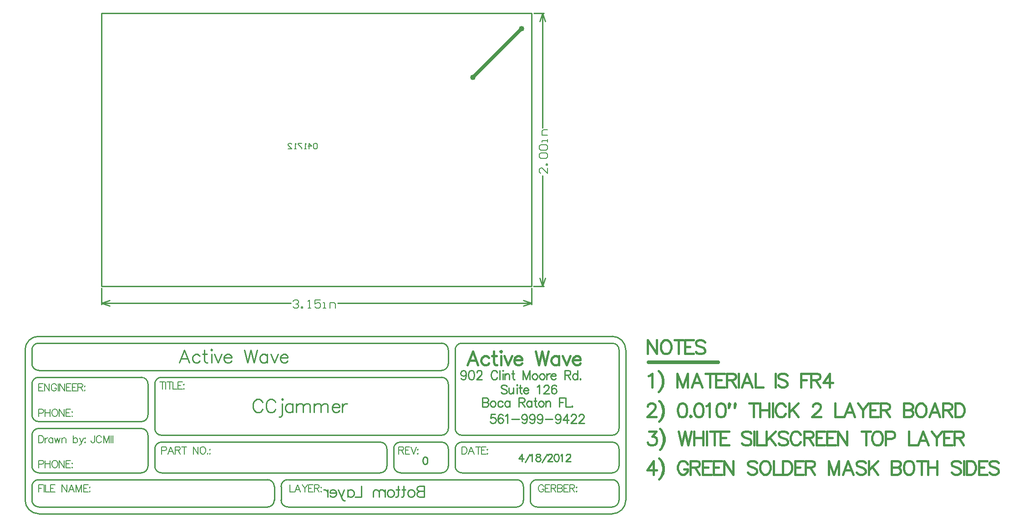
<source format=gbl>
%FSLAX25Y25*%
%MOIN*%
G70*
G01*
G75*
G04 Layer_Physical_Order=2*
G04 Layer_Color=16711680*
%ADD10C,0.02500*%
%ADD11R,0.03000X0.03000*%
%ADD12R,0.03600X0.03600*%
%ADD13R,0.03600X0.05000*%
%ADD14R,0.03000X0.03000*%
%ADD15R,0.05000X0.02000*%
%ADD16C,0.01200*%
%ADD17C,0.01000*%
%ADD18C,0.03000*%
%ADD19C,0.00600*%
%ADD20C,0.00900*%
%ADD21C,0.00500*%
%ADD22C,0.01500*%
%ADD23C,0.00800*%
%ADD24C,0.04000*%
D10*
X272000Y153000D02*
X307500Y188500D01*
X400800Y-55700D02*
X451800D01*
D17*
X236400Y-146502D02*
Y-154500D01*
Y-146502D02*
X232972D01*
X231830Y-146883D01*
X231449Y-147264D01*
X231068Y-148025D01*
Y-148787D01*
X231449Y-149549D01*
X231830Y-149929D01*
X232972Y-150310D01*
X236400D02*
X232972D01*
X231830Y-150691D01*
X231449Y-151072D01*
X231068Y-151834D01*
Y-152977D01*
X231449Y-153738D01*
X231830Y-154119D01*
X232972Y-154500D01*
X236400D01*
X227373Y-149168D02*
X228135Y-149549D01*
X228897Y-150310D01*
X229278Y-151453D01*
Y-152215D01*
X228897Y-153357D01*
X228135Y-154119D01*
X227373Y-154500D01*
X226231D01*
X225469Y-154119D01*
X224707Y-153357D01*
X224326Y-152215D01*
Y-151453D01*
X224707Y-150310D01*
X225469Y-149549D01*
X226231Y-149168D01*
X227373D01*
X221432Y-146502D02*
Y-152977D01*
X221051Y-154119D01*
X220289Y-154500D01*
X219527D01*
X222574Y-149168D02*
X219908D01*
X217242Y-146502D02*
Y-152977D01*
X216861Y-154119D01*
X216100Y-154500D01*
X215338D01*
X218385Y-149168D02*
X215719D01*
X212291D02*
X213053Y-149549D01*
X213814Y-150310D01*
X214195Y-151453D01*
Y-152215D01*
X213814Y-153357D01*
X213053Y-154119D01*
X212291Y-154500D01*
X211148D01*
X210386Y-154119D01*
X209625Y-153357D01*
X209244Y-152215D01*
Y-151453D01*
X209625Y-150310D01*
X210386Y-149549D01*
X211148Y-149168D01*
X212291D01*
X207492D02*
Y-154500D01*
Y-150691D02*
X206349Y-149549D01*
X205588Y-149168D01*
X204445D01*
X203683Y-149549D01*
X203302Y-150691D01*
Y-154500D01*
Y-150691D02*
X202160Y-149549D01*
X201398Y-149168D01*
X200255D01*
X199494Y-149549D01*
X199113Y-150691D01*
Y-154500D01*
X190315Y-146502D02*
Y-154500D01*
X185744D01*
X180298Y-149168D02*
Y-154500D01*
Y-150310D02*
X181060Y-149549D01*
X181821Y-149168D01*
X182964D01*
X183726Y-149549D01*
X184487Y-150310D01*
X184868Y-151453D01*
Y-152215D01*
X184487Y-153357D01*
X183726Y-154119D01*
X182964Y-154500D01*
X181821D01*
X181060Y-154119D01*
X180298Y-153357D01*
X177784Y-149168D02*
X175499Y-154500D01*
X173214Y-149168D02*
X175499Y-154500D01*
X176260Y-156024D01*
X177022Y-156785D01*
X177784Y-157166D01*
X178165D01*
X171880Y-151453D02*
X167310D01*
Y-150691D01*
X167691Y-149929D01*
X168072Y-149549D01*
X168833Y-149168D01*
X169976D01*
X170738Y-149549D01*
X171500Y-150310D01*
X171880Y-151453D01*
Y-152215D01*
X171500Y-153357D01*
X170738Y-154119D01*
X169976Y-154500D01*
X168833D01*
X168072Y-154119D01*
X167310Y-153357D01*
X165596Y-149168D02*
Y-154500D01*
Y-151453D02*
X165215Y-150310D01*
X164453Y-149549D01*
X163692Y-149168D01*
X162549D01*
X315000Y-13500D02*
Y-1500D01*
X0Y-13500D02*
Y-1500D01*
X172995Y-12500D02*
X315000D01*
X0D02*
X138805D01*
X309000Y-10500D02*
X315000Y-12500D01*
X309000Y-14500D02*
X315000Y-12500D01*
X0D02*
X6000Y-14500D01*
X0Y-12500D02*
X6000Y-10500D01*
X316500Y200000D02*
X324000D01*
X316461Y0D02*
X324000D01*
X323000Y115995D02*
Y200000D01*
Y0D02*
Y80805D01*
X321000Y194000D02*
X323000Y200000D01*
X325000Y194000D01*
X323000Y0D02*
X325000Y6000D01*
X321000D02*
X323000Y0D01*
X0Y200000D02*
X315000D01*
Y0D02*
Y200000D01*
X0Y0D02*
Y200000D01*
Y0D02*
X314961D01*
X379001Y-119194D02*
G03*
X374101Y-114294I-4900J0D01*
G01*
X264001D02*
G03*
X259001Y-119294I0J-5000D01*
G01*
X374002Y-109294D02*
G03*
X379001Y-104294I0J5000D01*
G01*
X259001D02*
G03*
X264001Y-109294I5000J0D01*
G01*
X-45998Y-36794D02*
G03*
X-55998Y-46794I0J-10000D01*
G01*
Y-156694D02*
G03*
X-46075Y-166793I10100J0D01*
G01*
X374002Y-166794D02*
G03*
X384001Y-156794I0J10000D01*
G01*
Y-46794D02*
G03*
X374002Y-36794I-10000J0D01*
G01*
X379001Y-46694D02*
G03*
X373931Y-41797I-4900J0D01*
G01*
X374002Y-136794D02*
G03*
X379001Y-131794I0J5000D01*
G01*
X379002Y-146707D02*
G03*
X374002Y-141793I-5000J-87D01*
G01*
Y-161794D02*
G03*
X379001Y-156794I0J5000D01*
G01*
X249002Y-136794D02*
G03*
X254001Y-131794I0J5000D01*
G01*
X259001Y-131894D02*
G03*
X263987Y-136793I4900J0D01*
G01*
X254001Y-119194D02*
G03*
X249101Y-114294I-4900J0D01*
G01*
X-50999Y-156794D02*
G03*
X-46086Y-161793I5000J0D01*
G01*
X249089Y-109294D02*
G03*
X254002Y-104294I-87J5000D01*
G01*
X-45998Y-141794D02*
G03*
X-50999Y-146794I0J-5000D01*
G01*
X254001Y-71794D02*
G03*
X249002Y-66794I-5000J0D01*
G01*
Y-61794D02*
G03*
X254001Y-56794I0J5000D01*
G01*
X264001Y-41794D02*
G03*
X259001Y-46794I0J-5000D01*
G01*
X254001D02*
G03*
X249002Y-41794I-5000J0D01*
G01*
X-45998D02*
G03*
X-50999Y-46794I0J-5000D01*
G01*
Y-56794D02*
G03*
X-45998Y-61794I5000J0D01*
G01*
Y-66794D02*
G03*
X-50999Y-71794I0J-5000D01*
G01*
Y-94294D02*
G03*
X-45998Y-99294I5000J0D01*
G01*
Y-104294D02*
G03*
X-50999Y-109294I0J-5000D01*
G01*
Y-131794D02*
G03*
X-46086Y-136793I5000J0D01*
G01*
X44001Y-66794D02*
G03*
X39001Y-71794I0J-5000D01*
G01*
X44001Y-114294D02*
G03*
X39002Y-119294I0J-5000D01*
G01*
X218801Y-114294D02*
G03*
X214008Y-119345I0J-4800D01*
G01*
X214001Y-131694D02*
G03*
X219012Y-136793I5100J0D01*
G01*
X204101Y-136794D02*
G03*
X209001Y-131809I0J4900D01*
G01*
X209001Y-119194D02*
G03*
X204101Y-114294I-4900J0D01*
G01*
X29101Y-136794D02*
G03*
X34001Y-131894I0J4900D01*
G01*
X39002D02*
G03*
X43902Y-136794I4900J0D01*
G01*
X39002Y-104394D02*
G03*
X43902Y-109294I4900J0D01*
G01*
X34001Y-109194D02*
G03*
X28931Y-104297I-4900J0D01*
G01*
X29201Y-99294D02*
G03*
X34001Y-94494I0J4800D01*
G01*
Y-71694D02*
G03*
X29101Y-66794I-4900J0D01*
G01*
X319002Y-141794D02*
G03*
X314001Y-146794I0J-5000D01*
G01*
Y-156894D02*
G03*
X318987Y-161793I4900J0D01*
G01*
X304118Y-161794D02*
G03*
X308999Y-156826I84J4800D01*
G01*
X309001Y-146794D02*
G03*
X304001Y-141794I-5000J0D01*
G01*
X131501Y-156794D02*
G03*
X136414Y-161793I5000J0D01*
G01*
X136502Y-141794D02*
G03*
X131501Y-146794I0J-5000D01*
G01*
X121618Y-161794D02*
G03*
X126499Y-156826I84J4800D01*
G01*
X126502Y-146794D02*
G03*
X121502Y-141794I-5000J0D01*
G01*
X379001Y-131794D02*
Y-119194D01*
X259001Y-131794D02*
Y-119294D01*
X379001Y-104294D02*
Y-46794D01*
X259001Y-104294D02*
Y-46794D01*
X-55998Y-156794D02*
Y-46794D01*
X-50999Y-156794D02*
Y-146794D01*
X379001Y-156794D02*
Y-146794D01*
X254001Y-131794D02*
Y-119294D01*
X214001Y-131794D02*
Y-119294D01*
X39002Y-131794D02*
Y-119294D01*
X209001Y-131794D02*
Y-119294D01*
X39002Y-104294D02*
Y-71794D01*
X254001Y-104294D02*
Y-71794D01*
Y-56794D02*
Y-46794D01*
X-50999Y-56794D02*
Y-46794D01*
X34001Y-94294D02*
Y-71794D01*
X-50999Y-94294D02*
Y-71794D01*
X34001Y-131794D02*
Y-109294D01*
X-50999Y-131794D02*
Y-109294D01*
X384001Y-156794D02*
Y-46794D01*
X314001Y-156794D02*
Y-146794D01*
X309001Y-156794D02*
Y-146794D01*
X131501Y-156794D02*
Y-146794D01*
X126502Y-156794D02*
Y-146794D01*
X264001Y-114294D02*
X374002D01*
X264001Y-109294D02*
X374002D01*
X44001D02*
X249002D01*
X264001Y-41794D02*
X374002D01*
X264001Y-136794D02*
X374002D01*
X219002Y-114294D02*
X249002D01*
X219002Y-136794D02*
X249002D01*
X44001D02*
X204001D01*
X44001Y-114294D02*
X204001D01*
X44001Y-66794D02*
X249002D01*
X-45998Y-61794D02*
X249002D01*
X-45998Y-66794D02*
X29002D01*
X-45998Y-99294D02*
X29002D01*
X-45998Y-104294D02*
X29002D01*
X-45998Y-136794D02*
X29002D01*
X-45998Y-36794D02*
X374002D01*
X-45998Y-166794D02*
X374002D01*
X-45998Y-41794D02*
X249002D01*
X319002Y-141794D02*
X374002D01*
X319002Y-161794D02*
X374002D01*
X136502Y-141794D02*
X304001D01*
X-45998D02*
X121502D01*
X-45998Y-161794D02*
X121502D01*
X136502D02*
X304001D01*
X279110Y-81978D02*
Y-88376D01*
Y-81978D02*
X281852D01*
X282766Y-82282D01*
X283070Y-82587D01*
X283375Y-83197D01*
Y-83806D01*
X283070Y-84415D01*
X282766Y-84720D01*
X281852Y-85025D01*
X279110D02*
X281852D01*
X282766Y-85329D01*
X283070Y-85634D01*
X283375Y-86243D01*
Y-87158D01*
X283070Y-87767D01*
X282766Y-88072D01*
X281852Y-88376D01*
X279110D01*
X286331Y-84111D02*
X285721Y-84415D01*
X285112Y-85025D01*
X284807Y-85939D01*
Y-86548D01*
X285112Y-87462D01*
X285721Y-88072D01*
X286331Y-88376D01*
X287245D01*
X287854Y-88072D01*
X288464Y-87462D01*
X288768Y-86548D01*
Y-85939D01*
X288464Y-85025D01*
X287854Y-84415D01*
X287245Y-84111D01*
X286331D01*
X293826Y-85025D02*
X293217Y-84415D01*
X292607Y-84111D01*
X291693D01*
X291084Y-84415D01*
X290475Y-85025D01*
X290170Y-85939D01*
Y-86548D01*
X290475Y-87462D01*
X291084Y-88072D01*
X291693Y-88376D01*
X292607D01*
X293217Y-88072D01*
X293826Y-87462D01*
X298854Y-84111D02*
Y-88376D01*
Y-85025D02*
X298244Y-84415D01*
X297635Y-84111D01*
X296721D01*
X296111Y-84415D01*
X295502Y-85025D01*
X295197Y-85939D01*
Y-86548D01*
X295502Y-87462D01*
X296111Y-88072D01*
X296721Y-88376D01*
X297635D01*
X298244Y-88072D01*
X298854Y-87462D01*
X305588Y-81978D02*
Y-88376D01*
Y-81978D02*
X308330D01*
X309244Y-82282D01*
X309549Y-82587D01*
X309853Y-83197D01*
Y-83806D01*
X309549Y-84415D01*
X309244Y-84720D01*
X308330Y-85025D01*
X305588D01*
X307720D02*
X309853Y-88376D01*
X314942Y-84111D02*
Y-88376D01*
Y-85025D02*
X314332Y-84415D01*
X313723Y-84111D01*
X312809D01*
X312199Y-84415D01*
X311590Y-85025D01*
X311285Y-85939D01*
Y-86548D01*
X311590Y-87462D01*
X312199Y-88072D01*
X312809Y-88376D01*
X313723D01*
X314332Y-88072D01*
X314942Y-87462D01*
X317562Y-81978D02*
Y-87158D01*
X317867Y-88072D01*
X318476Y-88376D01*
X319086D01*
X316648Y-84111D02*
X318781D01*
X321523D02*
X320914Y-84415D01*
X320304Y-85025D01*
X320000Y-85939D01*
Y-86548D01*
X320304Y-87462D01*
X320914Y-88072D01*
X321523Y-88376D01*
X322437D01*
X323047Y-88072D01*
X323656Y-87462D01*
X323961Y-86548D01*
Y-85939D01*
X323656Y-85025D01*
X323047Y-84415D01*
X322437Y-84111D01*
X321523D01*
X325362D02*
Y-88376D01*
Y-85329D02*
X326276Y-84415D01*
X326886Y-84111D01*
X327800D01*
X328409Y-84415D01*
X328714Y-85329D01*
Y-88376D01*
X335417Y-81978D02*
Y-88376D01*
Y-81978D02*
X339378D01*
X335417Y-85025D02*
X337855D01*
X340110Y-81978D02*
Y-88376D01*
X343766D01*
X344772Y-87767D02*
X344467Y-88072D01*
X344772Y-88376D01*
X345076Y-88072D01*
X344772Y-87767D01*
X267071Y-64111D02*
X266766Y-65025D01*
X266156Y-65634D01*
X265242Y-65939D01*
X264938D01*
X264024Y-65634D01*
X263414Y-65025D01*
X263109Y-64111D01*
Y-63806D01*
X263414Y-62892D01*
X264024Y-62282D01*
X264938Y-61978D01*
X265242D01*
X266156Y-62282D01*
X266766Y-62892D01*
X267071Y-64111D01*
Y-65634D01*
X266766Y-67158D01*
X266156Y-68072D01*
X265242Y-68376D01*
X264633D01*
X263719Y-68072D01*
X263414Y-67462D01*
X270636Y-61978D02*
X269721Y-62282D01*
X269112Y-63196D01*
X268807Y-64720D01*
Y-65634D01*
X269112Y-67158D01*
X269721Y-68072D01*
X270636Y-68376D01*
X271245D01*
X272159Y-68072D01*
X272768Y-67158D01*
X273073Y-65634D01*
Y-64720D01*
X272768Y-63196D01*
X272159Y-62282D01*
X271245Y-61978D01*
X270636D01*
X274810Y-63501D02*
Y-63196D01*
X275114Y-62587D01*
X275419Y-62282D01*
X276029Y-61978D01*
X277247D01*
X277857Y-62282D01*
X278162Y-62587D01*
X278466Y-63196D01*
Y-63806D01*
X278162Y-64415D01*
X277552Y-65329D01*
X274505Y-68376D01*
X278771D01*
X289801Y-63501D02*
X289496Y-62892D01*
X288887Y-62282D01*
X288277Y-61978D01*
X287059D01*
X286449Y-62282D01*
X285840Y-62892D01*
X285535Y-63501D01*
X285230Y-64415D01*
Y-65939D01*
X285535Y-66853D01*
X285840Y-67462D01*
X286449Y-68072D01*
X287059Y-68376D01*
X288277D01*
X288887Y-68072D01*
X289496Y-67462D01*
X289801Y-66853D01*
X291599Y-61978D02*
Y-68376D01*
X293549Y-61978D02*
X293853Y-62282D01*
X294158Y-61978D01*
X293853Y-61673D01*
X293549Y-61978D01*
X293853Y-64111D02*
Y-68376D01*
X295285Y-64111D02*
Y-68376D01*
Y-65329D02*
X296199Y-64415D01*
X296809Y-64111D01*
X297723D01*
X298332Y-64415D01*
X298637Y-65329D01*
Y-68376D01*
X301227Y-61978D02*
Y-67158D01*
X301532Y-68072D01*
X302141Y-68376D01*
X302750D01*
X300313Y-64111D02*
X302446D01*
X308692Y-61978D02*
Y-68376D01*
Y-61978D02*
X311130Y-68376D01*
X313567Y-61978D02*
X311130Y-68376D01*
X313567Y-61978D02*
Y-68376D01*
X316919Y-64111D02*
X316309Y-64415D01*
X315700Y-65025D01*
X315395Y-65939D01*
Y-66548D01*
X315700Y-67462D01*
X316309Y-68072D01*
X316919Y-68376D01*
X317833D01*
X318442Y-68072D01*
X319052Y-67462D01*
X319356Y-66548D01*
Y-65939D01*
X319052Y-65025D01*
X318442Y-64415D01*
X317833Y-64111D01*
X316919D01*
X322282D02*
X321672Y-64415D01*
X321063Y-65025D01*
X320758Y-65939D01*
Y-66548D01*
X321063Y-67462D01*
X321672Y-68072D01*
X322282Y-68376D01*
X323196D01*
X323805Y-68072D01*
X324414Y-67462D01*
X324719Y-66548D01*
Y-65939D01*
X324414Y-65025D01*
X323805Y-64415D01*
X323196Y-64111D01*
X322282D01*
X326121D02*
Y-68376D01*
Y-65939D02*
X326425Y-65025D01*
X327035Y-64415D01*
X327644Y-64111D01*
X328558D01*
X329137Y-65939D02*
X332794D01*
Y-65329D01*
X332489Y-64720D01*
X332184Y-64415D01*
X331575Y-64111D01*
X330661D01*
X330051Y-64415D01*
X329442Y-65025D01*
X329137Y-65939D01*
Y-66548D01*
X329442Y-67462D01*
X330051Y-68072D01*
X330661Y-68376D01*
X331575D01*
X332184Y-68072D01*
X332794Y-67462D01*
X339192Y-61978D02*
Y-68376D01*
Y-61978D02*
X341934D01*
X342849Y-62282D01*
X343153Y-62587D01*
X343458Y-63196D01*
Y-63806D01*
X343153Y-64415D01*
X342849Y-64720D01*
X341934Y-65025D01*
X339192D01*
X341325D02*
X343458Y-68376D01*
X348546Y-61978D02*
Y-68376D01*
Y-65025D02*
X347937Y-64415D01*
X347328Y-64111D01*
X346413D01*
X345804Y-64415D01*
X345195Y-65025D01*
X344890Y-65939D01*
Y-66548D01*
X345195Y-67462D01*
X345804Y-68072D01*
X346413Y-68376D01*
X347328D01*
X347937Y-68072D01*
X348546Y-67462D01*
X350557Y-67767D02*
X350253Y-68072D01*
X350557Y-68376D01*
X350862Y-68072D01*
X350557Y-67767D01*
X288266Y-93978D02*
X285219D01*
X284914Y-96720D01*
X285219Y-96415D01*
X286133Y-96111D01*
X287047D01*
X287961Y-96415D01*
X288570Y-97025D01*
X288875Y-97939D01*
Y-98548D01*
X288570Y-99462D01*
X287961Y-100072D01*
X287047Y-100376D01*
X286133D01*
X285219Y-100072D01*
X284914Y-99767D01*
X284610Y-99158D01*
X293964Y-94892D02*
X293659Y-94282D01*
X292745Y-93978D01*
X292136D01*
X291221Y-94282D01*
X290612Y-95196D01*
X290307Y-96720D01*
Y-98243D01*
X290612Y-99462D01*
X291221Y-100072D01*
X292136Y-100376D01*
X292440D01*
X293354Y-100072D01*
X293964Y-99462D01*
X294268Y-98548D01*
Y-98243D01*
X293964Y-97329D01*
X293354Y-96720D01*
X292440Y-96415D01*
X292136D01*
X291221Y-96720D01*
X290612Y-97329D01*
X290307Y-98243D01*
X295670Y-95196D02*
X296279Y-94892D01*
X297193Y-93978D01*
Y-100376D01*
X300362Y-97634D02*
X305847D01*
X311697Y-96111D02*
X311392Y-97025D01*
X310783Y-97634D01*
X309869Y-97939D01*
X309564D01*
X308650Y-97634D01*
X308041Y-97025D01*
X307736Y-96111D01*
Y-95806D01*
X308041Y-94892D01*
X308650Y-94282D01*
X309564Y-93978D01*
X309869D01*
X310783Y-94282D01*
X311392Y-94892D01*
X311697Y-96111D01*
Y-97634D01*
X311392Y-99158D01*
X310783Y-100072D01*
X309869Y-100376D01*
X309259D01*
X308345Y-100072D01*
X308041Y-99462D01*
X317395Y-96111D02*
X317090Y-97025D01*
X316481Y-97634D01*
X315567Y-97939D01*
X315262D01*
X314348Y-97634D01*
X313738Y-97025D01*
X313434Y-96111D01*
Y-95806D01*
X313738Y-94892D01*
X314348Y-94282D01*
X315262Y-93978D01*
X315567D01*
X316481Y-94282D01*
X317090Y-94892D01*
X317395Y-96111D01*
Y-97634D01*
X317090Y-99158D01*
X316481Y-100072D01*
X315567Y-100376D01*
X314957D01*
X314043Y-100072D01*
X313738Y-99462D01*
X323093Y-96111D02*
X322788Y-97025D01*
X322179Y-97634D01*
X321265Y-97939D01*
X320960D01*
X320046Y-97634D01*
X319436Y-97025D01*
X319132Y-96111D01*
Y-95806D01*
X319436Y-94892D01*
X320046Y-94282D01*
X320960Y-93978D01*
X321265D01*
X322179Y-94282D01*
X322788Y-94892D01*
X323093Y-96111D01*
Y-97634D01*
X322788Y-99158D01*
X322179Y-100072D01*
X321265Y-100376D01*
X320655D01*
X319741Y-100072D01*
X319436Y-99462D01*
X324829Y-97634D02*
X330314D01*
X336164Y-96111D02*
X335859Y-97025D01*
X335250Y-97634D01*
X334336Y-97939D01*
X334031D01*
X333117Y-97634D01*
X332508Y-97025D01*
X332203Y-96111D01*
Y-95806D01*
X332508Y-94892D01*
X333117Y-94282D01*
X334031Y-93978D01*
X334336D01*
X335250Y-94282D01*
X335859Y-94892D01*
X336164Y-96111D01*
Y-97634D01*
X335859Y-99158D01*
X335250Y-100072D01*
X334336Y-100376D01*
X333727D01*
X332812Y-100072D01*
X332508Y-99462D01*
X340948Y-93978D02*
X337901Y-98243D01*
X342471D01*
X340948Y-93978D02*
Y-100376D01*
X343903Y-95501D02*
Y-95196D01*
X344208Y-94587D01*
X344513Y-94282D01*
X345122Y-93978D01*
X346341D01*
X346950Y-94282D01*
X347255Y-94587D01*
X347560Y-95196D01*
Y-95806D01*
X347255Y-96415D01*
X346646Y-97329D01*
X343599Y-100376D01*
X347865D01*
X349601Y-95501D02*
Y-95196D01*
X349906Y-94587D01*
X350211Y-94282D01*
X350820Y-93978D01*
X352039D01*
X352648Y-94282D01*
X352953Y-94587D01*
X353258Y-95196D01*
Y-95806D01*
X352953Y-96415D01*
X352344Y-97329D01*
X349297Y-100376D01*
X353562D01*
X296875Y-73392D02*
X296266Y-72782D01*
X295352Y-72478D01*
X294133D01*
X293219Y-72782D01*
X292610Y-73392D01*
Y-74001D01*
X292914Y-74611D01*
X293219Y-74915D01*
X293828Y-75220D01*
X295656Y-75829D01*
X296266Y-76134D01*
X296570Y-76439D01*
X296875Y-77048D01*
Y-77962D01*
X296266Y-78572D01*
X295352Y-78876D01*
X294133D01*
X293219Y-78572D01*
X292610Y-77962D01*
X298307Y-74611D02*
Y-77658D01*
X298612Y-78572D01*
X299221Y-78876D01*
X300135D01*
X300745Y-78572D01*
X301659Y-77658D01*
Y-74611D02*
Y-78876D01*
X303944Y-72478D02*
X304249Y-72782D01*
X304554Y-72478D01*
X304249Y-72173D01*
X303944Y-72478D01*
X304249Y-74611D02*
Y-78876D01*
X306595Y-72478D02*
Y-77658D01*
X306900Y-78572D01*
X307509Y-78876D01*
X308119D01*
X305681Y-74611D02*
X307814D01*
X309033Y-76439D02*
X312689D01*
Y-75829D01*
X312384Y-75220D01*
X312080Y-74915D01*
X311470Y-74611D01*
X310556D01*
X309947Y-74915D01*
X309337Y-75525D01*
X309033Y-76439D01*
Y-77048D01*
X309337Y-77962D01*
X309947Y-78572D01*
X310556Y-78876D01*
X311470D01*
X312080Y-78572D01*
X312689Y-77962D01*
X319088Y-73697D02*
X319697Y-73392D01*
X320611Y-72478D01*
Y-78876D01*
X324085Y-74001D02*
Y-73697D01*
X324389Y-73087D01*
X324694Y-72782D01*
X325303Y-72478D01*
X326522D01*
X327132Y-72782D01*
X327436Y-73087D01*
X327741Y-73697D01*
Y-74306D01*
X327436Y-74915D01*
X326827Y-75829D01*
X323780Y-78876D01*
X328046D01*
X333134Y-73392D02*
X332829Y-72782D01*
X331915Y-72478D01*
X331306D01*
X330392Y-72782D01*
X329783Y-73697D01*
X329478Y-75220D01*
Y-76744D01*
X329783Y-77962D01*
X330392Y-78572D01*
X331306Y-78876D01*
X331611D01*
X332525Y-78572D01*
X333134Y-77962D01*
X333439Y-77048D01*
Y-76744D01*
X333134Y-75829D01*
X332525Y-75220D01*
X331611Y-74915D01*
X331306D01*
X330392Y-75220D01*
X329783Y-75829D01*
X329478Y-76744D01*
D19*
X140405Y-11101D02*
X141405Y-10101D01*
X143404D01*
X144404Y-11101D01*
Y-12100D01*
X143404Y-13100D01*
X142404D01*
X143404D01*
X144404Y-14100D01*
Y-15099D01*
X143404Y-16099D01*
X141405D01*
X140405Y-15099D01*
X146403Y-16099D02*
Y-15099D01*
X147403D01*
Y-16099D01*
X146403D01*
X151401D02*
X153401D01*
X152401D01*
Y-10101D01*
X151401Y-11101D01*
X160398Y-10101D02*
X156400D01*
Y-13100D01*
X158399Y-12100D01*
X159399D01*
X160398Y-13100D01*
Y-15099D01*
X159399Y-16099D01*
X157399D01*
X156400Y-15099D01*
X162398Y-16099D02*
X164397D01*
X163398D01*
Y-12100D01*
X162398D01*
X167396Y-16099D02*
Y-12100D01*
X170395D01*
X171395Y-13100D01*
Y-16099D01*
X326599Y86404D02*
Y82405D01*
X322600Y86404D01*
X321601D01*
X320601Y85404D01*
Y83405D01*
X321601Y82405D01*
X326599Y88403D02*
X325599D01*
Y89403D01*
X326599D01*
Y88403D01*
X321601Y93402D02*
X320601Y94401D01*
Y96401D01*
X321601Y97400D01*
X325599D01*
X326599Y96401D01*
Y94401D01*
X325599Y93402D01*
X321601D01*
Y99400D02*
X320601Y100399D01*
Y102399D01*
X321601Y103398D01*
X325599D01*
X326599Y102399D01*
Y100399D01*
X325599Y99400D01*
X321601D01*
X326599Y105398D02*
Y107397D01*
Y106397D01*
X322600D01*
Y105398D01*
X326599Y110396D02*
X322600D01*
Y113395D01*
X323600Y114395D01*
X326599D01*
D20*
X236775Y-125212D02*
X236013Y-125466D01*
X235505Y-126227D01*
X235251Y-127497D01*
Y-128259D01*
X235505Y-129528D01*
X236013Y-130290D01*
X236775Y-130544D01*
X237283D01*
X238044Y-130290D01*
X238552Y-129528D01*
X238806Y-128259D01*
Y-127497D01*
X238552Y-126227D01*
X238044Y-125466D01*
X237283Y-125212D01*
X236775D01*
X117856Y-85187D02*
X117399Y-84273D01*
X116484Y-83359D01*
X115570Y-82902D01*
X113742D01*
X112828Y-83359D01*
X111914Y-84273D01*
X111457Y-85187D01*
X111000Y-86558D01*
Y-88844D01*
X111457Y-90215D01*
X111914Y-91129D01*
X112828Y-92043D01*
X113742Y-92500D01*
X115570D01*
X116484Y-92043D01*
X117399Y-91129D01*
X117856Y-90215D01*
X127408Y-85187D02*
X126951Y-84273D01*
X126037Y-83359D01*
X125123Y-82902D01*
X123294D01*
X122380Y-83359D01*
X121466Y-84273D01*
X121009Y-85187D01*
X120552Y-86558D01*
Y-88844D01*
X121009Y-90215D01*
X121466Y-91129D01*
X122380Y-92043D01*
X123294Y-92500D01*
X125123D01*
X126037Y-92043D01*
X126951Y-91129D01*
X127408Y-90215D01*
X131933Y-82902D02*
X132390Y-83359D01*
X132847Y-82902D01*
X132390Y-82445D01*
X131933Y-82902D01*
X132390Y-86101D02*
Y-93871D01*
X131933Y-95242D01*
X131019Y-95699D01*
X130104D01*
X140114Y-86101D02*
Y-92500D01*
Y-87472D02*
X139200Y-86558D01*
X138286Y-86101D01*
X136914D01*
X136000Y-86558D01*
X135086Y-87472D01*
X134629Y-88844D01*
Y-89758D01*
X135086Y-91129D01*
X136000Y-92043D01*
X136914Y-92500D01*
X138286D01*
X139200Y-92043D01*
X140114Y-91129D01*
X142673Y-86101D02*
Y-92500D01*
Y-87929D02*
X144044Y-86558D01*
X144958Y-86101D01*
X146330D01*
X147244Y-86558D01*
X147701Y-87929D01*
Y-92500D01*
Y-87929D02*
X149072Y-86558D01*
X149986Y-86101D01*
X151357D01*
X152271Y-86558D01*
X152728Y-87929D01*
Y-92500D01*
X155745Y-86101D02*
Y-92500D01*
Y-87929D02*
X157116Y-86558D01*
X158030Y-86101D01*
X159401D01*
X160315Y-86558D01*
X160772Y-87929D01*
Y-92500D01*
Y-87929D02*
X162143Y-86558D01*
X163057Y-86101D01*
X164428D01*
X165343Y-86558D01*
X165800Y-87929D01*
Y-92500D01*
X168816Y-88844D02*
X174301D01*
Y-87929D01*
X173844Y-87015D01*
X173387Y-86558D01*
X172473Y-86101D01*
X171101D01*
X170187Y-86558D01*
X169273Y-87472D01*
X168816Y-88844D01*
Y-89758D01*
X169273Y-91129D01*
X170187Y-92043D01*
X171101Y-92500D01*
X172473D01*
X173387Y-92043D01*
X174301Y-91129D01*
X176357Y-86101D02*
Y-92500D01*
Y-88844D02*
X176814Y-87472D01*
X177728Y-86558D01*
X178643Y-86101D01*
X180014D01*
X64314Y-56294D02*
X60658Y-46696D01*
X57001Y-56294D01*
X58372Y-53095D02*
X62943D01*
X72038Y-51267D02*
X71124Y-50353D01*
X70210Y-49895D01*
X68839D01*
X67925Y-50353D01*
X67011Y-51267D01*
X66554Y-52638D01*
Y-53552D01*
X67011Y-54923D01*
X67925Y-55837D01*
X68839Y-56294D01*
X70210D01*
X71124Y-55837D01*
X72038Y-54923D01*
X75466Y-46696D02*
Y-54466D01*
X75923Y-55837D01*
X76837Y-56294D01*
X77751D01*
X74095Y-49895D02*
X77294D01*
X80036Y-46696D02*
X80493Y-47153D01*
X80950Y-46696D01*
X80493Y-46239D01*
X80036Y-46696D01*
X80493Y-49895D02*
Y-56294D01*
X82642Y-49895D02*
X85384Y-56294D01*
X88126Y-49895D02*
X85384Y-56294D01*
X89680Y-52638D02*
X95165D01*
Y-51724D01*
X94708Y-50810D01*
X94251Y-50353D01*
X93336Y-49895D01*
X91965D01*
X91051Y-50353D01*
X90137Y-51267D01*
X89680Y-52638D01*
Y-53552D01*
X90137Y-54923D01*
X91051Y-55837D01*
X91965Y-56294D01*
X93336D01*
X94251Y-55837D01*
X95165Y-54923D01*
X104763Y-46696D02*
X107048Y-56294D01*
X109333Y-46696D02*
X107048Y-56294D01*
X109333Y-46696D02*
X111618Y-56294D01*
X113903Y-46696D02*
X111618Y-56294D01*
X121308Y-49895D02*
Y-56294D01*
Y-51267D02*
X120394Y-50353D01*
X119479Y-49895D01*
X118108D01*
X117194Y-50353D01*
X116280Y-51267D01*
X115823Y-52638D01*
Y-53552D01*
X116280Y-54923D01*
X117194Y-55837D01*
X118108Y-56294D01*
X119479D01*
X120394Y-55837D01*
X121308Y-54923D01*
X123867Y-49895D02*
X126609Y-56294D01*
X129352Y-49895D02*
X126609Y-56294D01*
X130905Y-52638D02*
X136390D01*
Y-51724D01*
X135933Y-50810D01*
X135476Y-50353D01*
X134562Y-49895D01*
X133191D01*
X132277Y-50353D01*
X131363Y-51267D01*
X130905Y-52638D01*
Y-53552D01*
X131363Y-54923D01*
X132277Y-55837D01*
X133191Y-56294D01*
X134562D01*
X135476Y-55837D01*
X136390Y-54923D01*
X308018Y-123008D02*
X305479Y-126563D01*
X309287D01*
X308018Y-123008D02*
Y-128340D01*
X310227Y-129102D02*
X313782Y-123008D01*
X314137Y-124023D02*
X314645Y-123769D01*
X315407Y-123008D01*
Y-128340D01*
X319317Y-123008D02*
X318555Y-123262D01*
X318301Y-123769D01*
Y-124277D01*
X318555Y-124785D01*
X319063Y-125039D01*
X320079Y-125293D01*
X320841Y-125547D01*
X321348Y-126055D01*
X321602Y-126563D01*
Y-127324D01*
X321348Y-127832D01*
X321094Y-128086D01*
X320333Y-128340D01*
X319317D01*
X318555Y-128086D01*
X318301Y-127832D01*
X318047Y-127324D01*
Y-126563D01*
X318301Y-126055D01*
X318809Y-125547D01*
X319571Y-125293D01*
X320587Y-125039D01*
X321094Y-124785D01*
X321348Y-124277D01*
Y-123769D01*
X321094Y-123262D01*
X320333Y-123008D01*
X319317D01*
X322796Y-129102D02*
X326350Y-123008D01*
X326960Y-124277D02*
Y-124023D01*
X327214Y-123516D01*
X327468Y-123262D01*
X327976Y-123008D01*
X328991D01*
X329499Y-123262D01*
X329753Y-123516D01*
X330007Y-124023D01*
Y-124531D01*
X329753Y-125039D01*
X329245Y-125801D01*
X326706Y-128340D01*
X330261D01*
X332978Y-123008D02*
X332216Y-123262D01*
X331708Y-124023D01*
X331454Y-125293D01*
Y-126055D01*
X331708Y-127324D01*
X332216Y-128086D01*
X332978Y-128340D01*
X333486D01*
X334247Y-128086D01*
X334755Y-127324D01*
X335009Y-126055D01*
Y-125293D01*
X334755Y-124023D01*
X334247Y-123262D01*
X333486Y-123008D01*
X332978D01*
X336203Y-124023D02*
X336710Y-123769D01*
X337472Y-123008D01*
Y-128340D01*
X340367Y-124277D02*
Y-124023D01*
X340621Y-123516D01*
X340875Y-123262D01*
X341382Y-123008D01*
X342398D01*
X342906Y-123262D01*
X343160Y-123516D01*
X343414Y-124023D01*
Y-124531D01*
X343160Y-125039D01*
X342652Y-125801D01*
X340113Y-128340D01*
X343668D01*
D21*
X264001Y-117712D02*
Y-123044D01*
Y-117712D02*
X265779D01*
X266541Y-117966D01*
X267049Y-118474D01*
X267302Y-118981D01*
X267556Y-119743D01*
Y-121013D01*
X267302Y-121774D01*
X267049Y-122282D01*
X266541Y-122790D01*
X265779Y-123044D01*
X264001D01*
X272812D02*
X270781Y-117712D01*
X268750Y-123044D01*
X269511Y-121267D02*
X272051D01*
X275834Y-117712D02*
Y-123044D01*
X274057Y-117712D02*
X277611D01*
X281547D02*
X278246D01*
Y-123044D01*
X281547D01*
X278246Y-120251D02*
X280277D01*
X282690Y-119489D02*
X282436Y-119743D01*
X282690Y-119997D01*
X282944Y-119743D01*
X282690Y-119489D01*
Y-122536D02*
X282436Y-122790D01*
X282690Y-123044D01*
X282944Y-122790D01*
X282690Y-122536D01*
X217752Y-117712D02*
Y-123044D01*
Y-117712D02*
X220037D01*
X220798Y-117966D01*
X221052Y-118220D01*
X221306Y-118728D01*
Y-119235D01*
X221052Y-119743D01*
X220798Y-119997D01*
X220037Y-120251D01*
X217752D01*
X219529D02*
X221306Y-123044D01*
X225801Y-117712D02*
X222500D01*
Y-123044D01*
X225801D01*
X222500Y-120251D02*
X224531D01*
X226689Y-117712D02*
X228721Y-123044D01*
X230752Y-117712D02*
X228721Y-123044D01*
X231691Y-119489D02*
X231437Y-119743D01*
X231691Y-119997D01*
X231945Y-119743D01*
X231691Y-119489D01*
Y-122536D02*
X231437Y-122790D01*
X231691Y-123044D01*
X231945Y-122790D01*
X231691Y-122536D01*
X-45998Y-93005D02*
X-43713D01*
X-42952Y-92751D01*
X-42698Y-92497D01*
X-42444Y-91989D01*
Y-91228D01*
X-42698Y-90720D01*
X-42952Y-90466D01*
X-43713Y-90212D01*
X-45998D01*
Y-95544D01*
X-41250Y-90212D02*
Y-95544D01*
X-37696Y-90212D02*
Y-95544D01*
X-41250Y-92751D02*
X-37696D01*
X-34699Y-90212D02*
X-35207Y-90466D01*
X-35715Y-90974D01*
X-35969Y-91481D01*
X-36223Y-92243D01*
Y-93513D01*
X-35969Y-94274D01*
X-35715Y-94782D01*
X-35207Y-95290D01*
X-34699Y-95544D01*
X-33684D01*
X-33176Y-95290D01*
X-32668Y-94782D01*
X-32414Y-94274D01*
X-32160Y-93513D01*
Y-92243D01*
X-32414Y-91481D01*
X-32668Y-90974D01*
X-33176Y-90466D01*
X-33684Y-90212D01*
X-34699D01*
X-30916D02*
Y-95544D01*
Y-90212D02*
X-27361Y-95544D01*
Y-90212D02*
Y-95544D01*
X-22588Y-90212D02*
X-25888D01*
Y-95544D01*
X-22588D01*
X-25888Y-92751D02*
X-23857D01*
X-21445Y-91989D02*
X-21699Y-92243D01*
X-21445Y-92497D01*
X-21191Y-92243D01*
X-21445Y-91989D01*
Y-95036D02*
X-21699Y-95290D01*
X-21445Y-95544D01*
X-21191Y-95290D01*
X-21445Y-95036D01*
X-45998Y-130505D02*
X-43713D01*
X-42952Y-130251D01*
X-42698Y-129997D01*
X-42444Y-129489D01*
Y-128727D01*
X-42698Y-128220D01*
X-42952Y-127966D01*
X-43713Y-127712D01*
X-45998D01*
Y-133044D01*
X-41250Y-127712D02*
Y-133044D01*
X-37696Y-127712D02*
Y-133044D01*
X-41250Y-130251D02*
X-37696D01*
X-34699Y-127712D02*
X-35207Y-127966D01*
X-35715Y-128474D01*
X-35969Y-128981D01*
X-36223Y-129743D01*
Y-131013D01*
X-35969Y-131774D01*
X-35715Y-132282D01*
X-35207Y-132790D01*
X-34699Y-133044D01*
X-33684D01*
X-33176Y-132790D01*
X-32668Y-132282D01*
X-32414Y-131774D01*
X-32160Y-131013D01*
Y-129743D01*
X-32414Y-128981D01*
X-32668Y-128474D01*
X-33176Y-127966D01*
X-33684Y-127712D01*
X-34699D01*
X-30916D02*
Y-133044D01*
Y-127712D02*
X-27361Y-133044D01*
Y-127712D02*
Y-133044D01*
X-22588Y-127712D02*
X-25888D01*
Y-133044D01*
X-22588D01*
X-25888Y-130251D02*
X-23857D01*
X-21445Y-129489D02*
X-21699Y-129743D01*
X-21445Y-129997D01*
X-21191Y-129743D01*
X-21445Y-129489D01*
Y-132536D02*
X-21699Y-132790D01*
X-21445Y-133044D01*
X-21191Y-132790D01*
X-21445Y-132536D01*
X138002Y-145462D02*
Y-150794D01*
X141049D01*
X145695D02*
X143664Y-145462D01*
X141632Y-150794D01*
X142394Y-149017D02*
X144933D01*
X146939Y-145462D02*
X148971Y-148001D01*
Y-150794D01*
X151002Y-145462D02*
X148971Y-148001D01*
X154988Y-145462D02*
X151688D01*
Y-150794D01*
X154988D01*
X151688Y-148001D02*
X153719D01*
X155877Y-145462D02*
Y-150794D01*
Y-145462D02*
X158162D01*
X158924Y-145716D01*
X159178Y-145970D01*
X159432Y-146477D01*
Y-146985D01*
X159178Y-147493D01*
X158924Y-147747D01*
X158162Y-148001D01*
X155877D01*
X157655D02*
X159432Y-150794D01*
X160879Y-147239D02*
X160625Y-147493D01*
X160879Y-147747D01*
X161133Y-147493D01*
X160879Y-147239D01*
Y-150286D02*
X160625Y-150540D01*
X160879Y-150794D01*
X161133Y-150540D01*
X160879Y-150286D01*
X-42698Y-71462D02*
X-45998D01*
Y-76794D01*
X-42698D01*
X-45998Y-74001D02*
X-43967D01*
X-41809Y-71462D02*
Y-76794D01*
Y-71462D02*
X-38254Y-76794D01*
Y-71462D02*
Y-76794D01*
X-32973Y-72731D02*
X-33227Y-72224D01*
X-33734Y-71716D01*
X-34242Y-71462D01*
X-35258D01*
X-35766Y-71716D01*
X-36274Y-72224D01*
X-36527Y-72731D01*
X-36781Y-73493D01*
Y-74763D01*
X-36527Y-75524D01*
X-36274Y-76032D01*
X-35766Y-76540D01*
X-35258Y-76794D01*
X-34242D01*
X-33734Y-76540D01*
X-33227Y-76032D01*
X-32973Y-75524D01*
Y-74763D01*
X-34242D02*
X-32973D01*
X-31754Y-71462D02*
Y-76794D01*
X-30637Y-71462D02*
Y-76794D01*
Y-71462D02*
X-27082Y-76794D01*
Y-71462D02*
Y-76794D01*
X-22308Y-71462D02*
X-25609D01*
Y-76794D01*
X-22308D01*
X-25609Y-74001D02*
X-23578D01*
X-18119Y-71462D02*
X-21419D01*
Y-76794D01*
X-18119D01*
X-21419Y-74001D02*
X-19388D01*
X-17230Y-71462D02*
Y-76794D01*
Y-71462D02*
X-14945D01*
X-14183Y-71716D01*
X-13929Y-71970D01*
X-13675Y-72478D01*
Y-72985D01*
X-13929Y-73493D01*
X-14183Y-73747D01*
X-14945Y-74001D01*
X-17230D01*
X-15452D02*
X-13675Y-76794D01*
X-12228Y-73239D02*
X-12482Y-73493D01*
X-12228Y-73747D01*
X-11974Y-73493D01*
X-12228Y-73239D01*
Y-76286D02*
X-12482Y-76540D01*
X-12228Y-76794D01*
X-11974Y-76540D01*
X-12228Y-76286D01*
X44001Y-120505D02*
X46287D01*
X47049Y-120251D01*
X47302Y-119997D01*
X47556Y-119489D01*
Y-118728D01*
X47302Y-118220D01*
X47049Y-117966D01*
X46287Y-117712D01*
X44001D01*
Y-123044D01*
X52812D02*
X50781Y-117712D01*
X48750Y-123044D01*
X49511Y-121267D02*
X52051D01*
X54057Y-117712D02*
Y-123044D01*
Y-117712D02*
X56342D01*
X57104Y-117966D01*
X57357Y-118220D01*
X57611Y-118728D01*
Y-119235D01*
X57357Y-119743D01*
X57104Y-119997D01*
X56342Y-120251D01*
X54057D01*
X55834D02*
X57611Y-123044D01*
X60582Y-117712D02*
Y-123044D01*
X58805Y-117712D02*
X62359D01*
X67184D02*
Y-123044D01*
Y-117712D02*
X70739Y-123044D01*
Y-117712D02*
Y-123044D01*
X73735Y-117712D02*
X73227Y-117966D01*
X72719Y-118474D01*
X72465Y-118981D01*
X72211Y-119743D01*
Y-121013D01*
X72465Y-121774D01*
X72719Y-122282D01*
X73227Y-122790D01*
X73735Y-123044D01*
X74751D01*
X75258Y-122790D01*
X75766Y-122282D01*
X76020Y-121774D01*
X76274Y-121013D01*
Y-119743D01*
X76020Y-118981D01*
X75766Y-118474D01*
X75258Y-117966D01*
X74751Y-117712D01*
X73735D01*
X77772Y-122536D02*
X77518Y-122790D01*
X77772Y-123044D01*
X78026Y-122790D01*
X77772Y-122536D01*
X79448Y-119489D02*
X79194Y-119743D01*
X79448Y-119997D01*
X79702Y-119743D01*
X79448Y-119489D01*
Y-122536D02*
X79194Y-122790D01*
X79448Y-123044D01*
X79702Y-122790D01*
X79448Y-122536D01*
X44529Y-70212D02*
Y-75544D01*
X42752Y-70212D02*
X46306D01*
X46941D02*
Y-75544D01*
X49836Y-70212D02*
Y-75544D01*
X48058Y-70212D02*
X51613D01*
X52248D02*
Y-75544D01*
X55295D01*
X59180Y-70212D02*
X55879D01*
Y-75544D01*
X59180D01*
X55879Y-72751D02*
X57910D01*
X60322Y-71989D02*
X60069Y-72243D01*
X60322Y-72497D01*
X60576Y-72243D01*
X60322Y-71989D01*
Y-75036D02*
X60069Y-75290D01*
X60322Y-75544D01*
X60576Y-75290D01*
X60322Y-75036D01*
X-45998Y-109462D02*
Y-114794D01*
Y-109462D02*
X-44221D01*
X-43459Y-109716D01*
X-42952Y-110224D01*
X-42698Y-110731D01*
X-42444Y-111493D01*
Y-112763D01*
X-42698Y-113524D01*
X-42952Y-114032D01*
X-43459Y-114540D01*
X-44221Y-114794D01*
X-45998D01*
X-41250Y-111239D02*
Y-114794D01*
Y-112763D02*
X-40996Y-112001D01*
X-40489Y-111493D01*
X-39981Y-111239D01*
X-39219D01*
X-35690D02*
Y-114794D01*
Y-112001D02*
X-36197Y-111493D01*
X-36705Y-111239D01*
X-37467D01*
X-37975Y-111493D01*
X-38483Y-112001D01*
X-38737Y-112763D01*
Y-113271D01*
X-38483Y-114032D01*
X-37975Y-114540D01*
X-37467Y-114794D01*
X-36705D01*
X-36197Y-114540D01*
X-35690Y-114032D01*
X-34268Y-111239D02*
X-33252Y-114794D01*
X-32236Y-111239D02*
X-33252Y-114794D01*
X-32236Y-111239D02*
X-31221Y-114794D01*
X-30205Y-111239D02*
X-31221Y-114794D01*
X-28961Y-111239D02*
Y-114794D01*
Y-112255D02*
X-28199Y-111493D01*
X-27691Y-111239D01*
X-26930D01*
X-26422Y-111493D01*
X-26168Y-112255D01*
Y-114794D01*
X-20582Y-109462D02*
Y-114794D01*
Y-112001D02*
X-20074Y-111493D01*
X-19566Y-111239D01*
X-18804D01*
X-18296Y-111493D01*
X-17789Y-112001D01*
X-17535Y-112763D01*
Y-113271D01*
X-17789Y-114032D01*
X-18296Y-114540D01*
X-18804Y-114794D01*
X-19566D01*
X-20074Y-114540D01*
X-20582Y-114032D01*
X-16138Y-111239D02*
X-14615Y-114794D01*
X-13091Y-111239D02*
X-14615Y-114794D01*
X-15122Y-115810D01*
X-15630Y-116318D01*
X-16138Y-116571D01*
X-16392D01*
X-11948Y-111239D02*
X-12202Y-111493D01*
X-11948Y-111747D01*
X-11695Y-111493D01*
X-11948Y-111239D01*
Y-114286D02*
X-12202Y-114540D01*
X-11948Y-114794D01*
X-11695Y-114540D01*
X-11948Y-114286D01*
X-45998Y-145462D02*
Y-150794D01*
Y-145462D02*
X-42698D01*
X-45998Y-148001D02*
X-43967D01*
X-42088Y-145462D02*
Y-150794D01*
X-40971Y-145462D02*
Y-150794D01*
X-37924D01*
X-34039Y-145462D02*
X-37340D01*
Y-150794D01*
X-34039D01*
X-37340Y-148001D02*
X-35309D01*
X-28961Y-145462D02*
Y-150794D01*
Y-145462D02*
X-25406Y-150794D01*
Y-145462D02*
Y-150794D01*
X-19871D02*
X-21902Y-145462D01*
X-23933Y-150794D01*
X-23171Y-149017D02*
X-20632D01*
X-18627Y-145462D02*
Y-150794D01*
Y-145462D02*
X-16595Y-150794D01*
X-14564Y-145462D02*
X-16595Y-150794D01*
X-14564Y-145462D02*
Y-150794D01*
X-9739Y-145462D02*
X-13040D01*
Y-150794D01*
X-9739D01*
X-13040Y-148001D02*
X-11009D01*
X-8597Y-147239D02*
X-8851Y-147493D01*
X-8597Y-147747D01*
X-8343Y-147493D01*
X-8597Y-147239D01*
Y-150286D02*
X-8851Y-150540D01*
X-8597Y-150794D01*
X-8343Y-150540D01*
X-8597Y-150286D01*
X323810Y-146731D02*
X323556Y-146224D01*
X323048Y-145716D01*
X322541Y-145462D01*
X321525D01*
X321017Y-145716D01*
X320509Y-146224D01*
X320255Y-146731D01*
X320002Y-147493D01*
Y-148763D01*
X320255Y-149524D01*
X320509Y-150032D01*
X321017Y-150540D01*
X321525Y-150794D01*
X322541D01*
X323048Y-150540D01*
X323556Y-150032D01*
X323810Y-149524D01*
Y-148763D01*
X322541D02*
X323810D01*
X328330Y-145462D02*
X325029D01*
Y-150794D01*
X328330D01*
X325029Y-148001D02*
X327060D01*
X329219Y-145462D02*
Y-150794D01*
Y-145462D02*
X331504D01*
X332266Y-145716D01*
X332520Y-145970D01*
X332773Y-146477D01*
Y-146985D01*
X332520Y-147493D01*
X332266Y-147747D01*
X331504Y-148001D01*
X329219D01*
X330996D02*
X332773Y-150794D01*
X333967Y-145462D02*
Y-150794D01*
Y-145462D02*
X336252D01*
X337014Y-145716D01*
X337268Y-145970D01*
X337522Y-146477D01*
Y-146985D01*
X337268Y-147493D01*
X337014Y-147747D01*
X336252Y-148001D01*
X333967D02*
X336252D01*
X337014Y-148255D01*
X337268Y-148509D01*
X337522Y-149017D01*
Y-149778D01*
X337268Y-150286D01*
X337014Y-150540D01*
X336252Y-150794D01*
X333967D01*
X342016Y-145462D02*
X338715D01*
Y-150794D01*
X342016D01*
X338715Y-148001D02*
X340746D01*
X342905Y-145462D02*
Y-150794D01*
Y-145462D02*
X345190D01*
X345952Y-145716D01*
X346205Y-145970D01*
X346459Y-146477D01*
Y-146985D01*
X346205Y-147493D01*
X345952Y-147747D01*
X345190Y-148001D01*
X342905D01*
X344682D02*
X346459Y-150794D01*
X347907Y-147239D02*
X347653Y-147493D01*
X347907Y-147747D01*
X348161Y-147493D01*
X347907Y-147239D01*
Y-150286D02*
X347653Y-150540D01*
X347907Y-150794D01*
X348161Y-150540D01*
X347907Y-150286D01*
D22*
X275727Y-57876D02*
X271918Y-47879D01*
X268109Y-57876D01*
X269538Y-54544D02*
X274299D01*
X283773Y-52639D02*
X282821Y-51687D01*
X281868Y-51211D01*
X280440D01*
X279488Y-51687D01*
X278536Y-52639D01*
X278060Y-54068D01*
Y-55020D01*
X278536Y-56448D01*
X279488Y-57400D01*
X280440Y-57876D01*
X281868D01*
X282821Y-57400D01*
X283773Y-56448D01*
X287343Y-47879D02*
Y-55972D01*
X287820Y-57400D01*
X288772Y-57876D01*
X289724D01*
X285915Y-51211D02*
X289248D01*
X292104Y-47879D02*
X292580Y-48355D01*
X293057Y-47879D01*
X292580Y-47402D01*
X292104Y-47879D01*
X292580Y-51211D02*
Y-57876D01*
X294818Y-51211D02*
X297675Y-57876D01*
X300531Y-51211D02*
X297675Y-57876D01*
X302150Y-54068D02*
X307863D01*
Y-53115D01*
X307387Y-52163D01*
X306911Y-51687D01*
X305959Y-51211D01*
X304530D01*
X303578Y-51687D01*
X302626Y-52639D01*
X302150Y-54068D01*
Y-55020D01*
X302626Y-56448D01*
X303578Y-57400D01*
X304530Y-57876D01*
X305959D01*
X306911Y-57400D01*
X307863Y-56448D01*
X317861Y-47879D02*
X320241Y-57876D01*
X322622Y-47879D02*
X320241Y-57876D01*
X322622Y-47879D02*
X325002Y-57876D01*
X327382Y-47879D02*
X325002Y-57876D01*
X335095Y-51211D02*
Y-57876D01*
Y-52639D02*
X334143Y-51687D01*
X333191Y-51211D01*
X331763D01*
X330810Y-51687D01*
X329858Y-52639D01*
X329382Y-54068D01*
Y-55020D01*
X329858Y-56448D01*
X330810Y-57400D01*
X331763Y-57876D01*
X333191D01*
X334143Y-57400D01*
X335095Y-56448D01*
X337761Y-51211D02*
X340618Y-57876D01*
X343474Y-51211D02*
X340618Y-57876D01*
X345093Y-54068D02*
X350806D01*
Y-53115D01*
X350330Y-52163D01*
X349854Y-51687D01*
X348902Y-51211D01*
X347473D01*
X346521Y-51687D01*
X345569Y-52639D01*
X345093Y-54068D01*
Y-55020D01*
X345569Y-56448D01*
X346521Y-57400D01*
X347473Y-57876D01*
X348902D01*
X349854Y-57400D01*
X350806Y-56448D01*
X404261Y-128002D02*
X399500Y-134667D01*
X406641D01*
X404261Y-128002D02*
Y-138000D01*
X408403Y-126098D02*
X409355Y-127050D01*
X410307Y-128478D01*
X411259Y-130383D01*
X411735Y-132763D01*
Y-134667D01*
X411259Y-137048D01*
X410307Y-138952D01*
X409355Y-140380D01*
X408403Y-141333D01*
X409355Y-127050D02*
X410307Y-128954D01*
X410783Y-130383D01*
X411259Y-132763D01*
Y-134667D01*
X410783Y-137048D01*
X410307Y-138476D01*
X409355Y-140380D01*
X429160Y-130383D02*
X428684Y-129430D01*
X427732Y-128478D01*
X426780Y-128002D01*
X424875D01*
X423923Y-128478D01*
X422971Y-129430D01*
X422495Y-130383D01*
X422019Y-131811D01*
Y-134191D01*
X422495Y-135620D01*
X422971Y-136572D01*
X423923Y-137524D01*
X424875Y-138000D01*
X426780D01*
X427732Y-137524D01*
X428684Y-136572D01*
X429160Y-135620D01*
Y-134191D01*
X426780D02*
X429160D01*
X431446Y-128002D02*
Y-138000D01*
Y-128002D02*
X435730D01*
X437159Y-128478D01*
X437635Y-128954D01*
X438111Y-129906D01*
Y-130859D01*
X437635Y-131811D01*
X437159Y-132287D01*
X435730Y-132763D01*
X431446D01*
X434778D02*
X438111Y-138000D01*
X446537Y-128002D02*
X440348D01*
Y-138000D01*
X446537D01*
X440348Y-132763D02*
X444157D01*
X454393Y-128002D02*
X448204D01*
Y-138000D01*
X454393D01*
X448204Y-132763D02*
X452013D01*
X456059Y-128002D02*
Y-138000D01*
Y-128002D02*
X462724Y-138000D01*
Y-128002D02*
Y-138000D01*
X480007Y-129430D02*
X479054Y-128478D01*
X477626Y-128002D01*
X475722D01*
X474294Y-128478D01*
X473341Y-129430D01*
Y-130383D01*
X473817Y-131335D01*
X474294Y-131811D01*
X475246Y-132287D01*
X478102Y-133239D01*
X479054Y-133715D01*
X479530Y-134191D01*
X480007Y-135143D01*
Y-136572D01*
X479054Y-137524D01*
X477626Y-138000D01*
X475722D01*
X474294Y-137524D01*
X473341Y-136572D01*
X485101Y-128002D02*
X484149Y-128478D01*
X483196Y-129430D01*
X482720Y-130383D01*
X482244Y-131811D01*
Y-134191D01*
X482720Y-135620D01*
X483196Y-136572D01*
X484149Y-137524D01*
X485101Y-138000D01*
X487005D01*
X487957Y-137524D01*
X488909Y-136572D01*
X489386Y-135620D01*
X489862Y-134191D01*
Y-131811D01*
X489386Y-130383D01*
X488909Y-129430D01*
X487957Y-128478D01*
X487005Y-128002D01*
X485101D01*
X492194D02*
Y-138000D01*
X497907D01*
X499003Y-128002D02*
Y-138000D01*
Y-128002D02*
X502335D01*
X503763Y-128478D01*
X504715Y-129430D01*
X505192Y-130383D01*
X505668Y-131811D01*
Y-134191D01*
X505192Y-135620D01*
X504715Y-136572D01*
X503763Y-137524D01*
X502335Y-138000D01*
X499003D01*
X514094Y-128002D02*
X507905D01*
Y-138000D01*
X514094D01*
X507905Y-132763D02*
X511714D01*
X515761Y-128002D02*
Y-138000D01*
Y-128002D02*
X520046D01*
X521474Y-128478D01*
X521950Y-128954D01*
X522426Y-129906D01*
Y-130859D01*
X521950Y-131811D01*
X521474Y-132287D01*
X520046Y-132763D01*
X515761D01*
X519093D02*
X522426Y-138000D01*
X532519Y-128002D02*
Y-138000D01*
Y-128002D02*
X536328Y-138000D01*
X540136Y-128002D02*
X536328Y-138000D01*
X540136Y-128002D02*
Y-138000D01*
X550610D02*
X546802Y-128002D01*
X542993Y-138000D01*
X544421Y-134667D02*
X549182D01*
X559609Y-129430D02*
X558656Y-128478D01*
X557228Y-128002D01*
X555324D01*
X553896Y-128478D01*
X552943Y-129430D01*
Y-130383D01*
X553419Y-131335D01*
X553896Y-131811D01*
X554848Y-132287D01*
X557704Y-133239D01*
X558656Y-133715D01*
X559132Y-134191D01*
X559609Y-135143D01*
Y-136572D01*
X558656Y-137524D01*
X557228Y-138000D01*
X555324D01*
X553896Y-137524D01*
X552943Y-136572D01*
X561846Y-128002D02*
Y-138000D01*
X568511Y-128002D02*
X561846Y-134667D01*
X564227Y-132287D02*
X568511Y-138000D01*
X578605Y-128002D02*
Y-138000D01*
Y-128002D02*
X582889D01*
X584317Y-128478D01*
X584794Y-128954D01*
X585270Y-129906D01*
Y-130859D01*
X584794Y-131811D01*
X584317Y-132287D01*
X582889Y-132763D01*
X578605D02*
X582889D01*
X584317Y-133239D01*
X584794Y-133715D01*
X585270Y-134667D01*
Y-136096D01*
X584794Y-137048D01*
X584317Y-137524D01*
X582889Y-138000D01*
X578605D01*
X590364Y-128002D02*
X589412Y-128478D01*
X588459Y-129430D01*
X587983Y-130383D01*
X587507Y-131811D01*
Y-134191D01*
X587983Y-135620D01*
X588459Y-136572D01*
X589412Y-137524D01*
X590364Y-138000D01*
X592268D01*
X593220Y-137524D01*
X594172Y-136572D01*
X594649Y-135620D01*
X595125Y-134191D01*
Y-131811D01*
X594649Y-130383D01*
X594172Y-129430D01*
X593220Y-128478D01*
X592268Y-128002D01*
X590364D01*
X600790D02*
Y-138000D01*
X597458Y-128002D02*
X604123D01*
X605313D02*
Y-138000D01*
X611978Y-128002D02*
Y-138000D01*
X605313Y-132763D02*
X611978D01*
X629260Y-129430D02*
X628308Y-128478D01*
X626880Y-128002D01*
X624975D01*
X623547Y-128478D01*
X622595Y-129430D01*
Y-130383D01*
X623071Y-131335D01*
X623547Y-131811D01*
X624499Y-132287D01*
X627356Y-133239D01*
X628308Y-133715D01*
X628784Y-134191D01*
X629260Y-135143D01*
Y-136572D01*
X628308Y-137524D01*
X626880Y-138000D01*
X624975D01*
X623547Y-137524D01*
X622595Y-136572D01*
X631498Y-128002D02*
Y-138000D01*
X633593Y-128002D02*
Y-138000D01*
Y-128002D02*
X636925D01*
X638353Y-128478D01*
X639306Y-129430D01*
X639782Y-130383D01*
X640258Y-131811D01*
Y-134191D01*
X639782Y-135620D01*
X639306Y-136572D01*
X638353Y-137524D01*
X636925Y-138000D01*
X633593D01*
X648685Y-128002D02*
X642495D01*
Y-138000D01*
X648685D01*
X642495Y-132763D02*
X646304D01*
X657016Y-129430D02*
X656064Y-128478D01*
X654636Y-128002D01*
X652731D01*
X651303Y-128478D01*
X650351Y-129430D01*
Y-130383D01*
X650827Y-131335D01*
X651303Y-131811D01*
X652255Y-132287D01*
X655112Y-133239D01*
X656064Y-133715D01*
X656540Y-134191D01*
X657016Y-135143D01*
Y-136572D01*
X656064Y-137524D01*
X654636Y-138000D01*
X652731D01*
X651303Y-137524D01*
X650351Y-136572D01*
X400952Y-106502D02*
X406189D01*
X403333Y-110311D01*
X404761D01*
X405713Y-110787D01*
X406189Y-111263D01*
X406665Y-112691D01*
Y-113644D01*
X406189Y-115072D01*
X405237Y-116024D01*
X403809Y-116500D01*
X402380D01*
X400952Y-116024D01*
X400476Y-115548D01*
X400000Y-114596D01*
X408903Y-104598D02*
X409855Y-105550D01*
X410807Y-106978D01*
X411759Y-108883D01*
X412235Y-111263D01*
Y-113167D01*
X411759Y-115548D01*
X410807Y-117452D01*
X409855Y-118880D01*
X408903Y-119833D01*
X409855Y-105550D02*
X410807Y-107454D01*
X411283Y-108883D01*
X411759Y-111263D01*
Y-113167D01*
X411283Y-115548D01*
X410807Y-116976D01*
X409855Y-118880D01*
X422519Y-106502D02*
X424899Y-116500D01*
X427280Y-106502D02*
X424899Y-116500D01*
X427280Y-106502D02*
X429660Y-116500D01*
X432041Y-106502D02*
X429660Y-116500D01*
X434040Y-106502D02*
Y-116500D01*
X440706Y-106502D02*
Y-116500D01*
X434040Y-111263D02*
X440706D01*
X443467Y-106502D02*
Y-116500D01*
X448894Y-106502D02*
Y-116500D01*
X445562Y-106502D02*
X452227D01*
X459606D02*
X453417D01*
Y-116500D01*
X459606D01*
X453417Y-111263D02*
X457226D01*
X475793Y-107930D02*
X474841Y-106978D01*
X473413Y-106502D01*
X471509D01*
X470080Y-106978D01*
X469128Y-107930D01*
Y-108883D01*
X469604Y-109835D01*
X470080Y-110311D01*
X471032Y-110787D01*
X473889Y-111739D01*
X474841Y-112215D01*
X475317Y-112691D01*
X475793Y-113644D01*
Y-115072D01*
X474841Y-116024D01*
X473413Y-116500D01*
X471509D01*
X470080Y-116024D01*
X469128Y-115072D01*
X478031Y-106502D02*
Y-116500D01*
X480126Y-106502D02*
Y-116500D01*
X485839D01*
X486934Y-106502D02*
Y-116500D01*
X493599Y-106502D02*
X486934Y-113167D01*
X489314Y-110787D02*
X493599Y-116500D01*
X502502Y-107930D02*
X501550Y-106978D01*
X500121Y-106502D01*
X498217D01*
X496789Y-106978D01*
X495837Y-107930D01*
Y-108883D01*
X496313Y-109835D01*
X496789Y-110311D01*
X497741Y-110787D01*
X500597Y-111739D01*
X501550Y-112215D01*
X502026Y-112691D01*
X502502Y-113644D01*
Y-115072D01*
X501550Y-116024D01*
X500121Y-116500D01*
X498217D01*
X496789Y-116024D01*
X495837Y-115072D01*
X511881Y-108883D02*
X511405Y-107930D01*
X510453Y-106978D01*
X509500Y-106502D01*
X507596D01*
X506644Y-106978D01*
X505692Y-107930D01*
X505216Y-108883D01*
X504740Y-110311D01*
Y-112691D01*
X505216Y-114120D01*
X505692Y-115072D01*
X506644Y-116024D01*
X507596Y-116500D01*
X509500D01*
X510453Y-116024D01*
X511405Y-115072D01*
X511881Y-114120D01*
X514690Y-106502D02*
Y-116500D01*
Y-106502D02*
X518974D01*
X520403Y-106978D01*
X520879Y-107454D01*
X521355Y-108406D01*
Y-109359D01*
X520879Y-110311D01*
X520403Y-110787D01*
X518974Y-111263D01*
X514690D01*
X518022D02*
X521355Y-116500D01*
X529782Y-106502D02*
X523593D01*
Y-116500D01*
X529782D01*
X523593Y-111263D02*
X527401D01*
X537637Y-106502D02*
X531448D01*
Y-116500D01*
X537637D01*
X531448Y-111263D02*
X535257D01*
X539303Y-106502D02*
Y-116500D01*
Y-106502D02*
X545969Y-116500D01*
Y-106502D02*
Y-116500D01*
X559918Y-106502D02*
Y-116500D01*
X556586Y-106502D02*
X563251D01*
X567298D02*
X566345Y-106978D01*
X565393Y-107930D01*
X564917Y-108883D01*
X564441Y-110311D01*
Y-112691D01*
X564917Y-114120D01*
X565393Y-115072D01*
X566345Y-116024D01*
X567298Y-116500D01*
X569202D01*
X570154Y-116024D01*
X571106Y-115072D01*
X571582Y-114120D01*
X572058Y-112691D01*
Y-110311D01*
X571582Y-108883D01*
X571106Y-107930D01*
X570154Y-106978D01*
X569202Y-106502D01*
X567298D01*
X574391Y-111739D02*
X578676D01*
X580104Y-111263D01*
X580580Y-110787D01*
X581056Y-109835D01*
Y-108406D01*
X580580Y-107454D01*
X580104Y-106978D01*
X578676Y-106502D01*
X574391D01*
Y-116500D01*
X591150Y-106502D02*
Y-116500D01*
X596863D01*
X605575D02*
X601766Y-106502D01*
X597958Y-116500D01*
X599386Y-113167D02*
X604147D01*
X607908Y-106502D02*
X611717Y-111263D01*
Y-116500D01*
X615525Y-106502D02*
X611717Y-111263D01*
X623000Y-106502D02*
X616811D01*
Y-116500D01*
X623000D01*
X616811Y-111263D02*
X620619D01*
X624666Y-106502D02*
Y-116500D01*
Y-106502D02*
X628951D01*
X630379Y-106978D01*
X630855Y-107454D01*
X631331Y-108406D01*
Y-109359D01*
X630855Y-110311D01*
X630379Y-110787D01*
X628951Y-111263D01*
X624666D01*
X627999D02*
X631331Y-116500D01*
X399976Y-88283D02*
Y-87806D01*
X400452Y-86854D01*
X400928Y-86378D01*
X401880Y-85902D01*
X403785D01*
X404737Y-86378D01*
X405213Y-86854D01*
X405689Y-87806D01*
Y-88759D01*
X405213Y-89711D01*
X404261Y-91139D01*
X399500Y-95900D01*
X406165D01*
X408403Y-83998D02*
X409355Y-84950D01*
X410307Y-86378D01*
X411259Y-88283D01*
X411735Y-90663D01*
Y-92567D01*
X411259Y-94948D01*
X410307Y-96852D01*
X409355Y-98280D01*
X408403Y-99233D01*
X409355Y-84950D02*
X410307Y-86854D01*
X410783Y-88283D01*
X411259Y-90663D01*
Y-92567D01*
X410783Y-94948D01*
X410307Y-96376D01*
X409355Y-98280D01*
X424875Y-85902D02*
X423447Y-86378D01*
X422495Y-87806D01*
X422019Y-90187D01*
Y-91615D01*
X422495Y-93996D01*
X423447Y-95424D01*
X424875Y-95900D01*
X425828D01*
X427256Y-95424D01*
X428208Y-93996D01*
X428684Y-91615D01*
Y-90187D01*
X428208Y-87806D01*
X427256Y-86378D01*
X425828Y-85902D01*
X424875D01*
X431398Y-94948D02*
X430922Y-95424D01*
X431398Y-95900D01*
X431874Y-95424D01*
X431398Y-94948D01*
X436920Y-85902D02*
X435492Y-86378D01*
X434540Y-87806D01*
X434064Y-90187D01*
Y-91615D01*
X434540Y-93996D01*
X435492Y-95424D01*
X436920Y-95900D01*
X437873D01*
X439301Y-95424D01*
X440253Y-93996D01*
X440729Y-91615D01*
Y-90187D01*
X440253Y-87806D01*
X439301Y-86378D01*
X437873Y-85902D01*
X436920D01*
X442967Y-87806D02*
X443919Y-87330D01*
X445347Y-85902D01*
Y-95900D01*
X453155Y-85902D02*
X451727Y-86378D01*
X450775Y-87806D01*
X450299Y-90187D01*
Y-91615D01*
X450775Y-93996D01*
X451727Y-95424D01*
X453155Y-95900D01*
X454107D01*
X455536Y-95424D01*
X456488Y-93996D01*
X456964Y-91615D01*
Y-90187D01*
X456488Y-87806D01*
X455536Y-86378D01*
X454107Y-85902D01*
X453155D01*
X459678D02*
X459201Y-86378D01*
Y-89235D01*
X459678Y-86378D02*
X459201Y-89235D01*
X459678Y-85902D02*
X460154Y-86378D01*
X459201Y-89235D01*
X463962Y-85902D02*
X463486Y-86378D01*
Y-89235D01*
X463962Y-86378D02*
X463486Y-89235D01*
X463962Y-85902D02*
X464438Y-86378D01*
X463486Y-89235D01*
X477721Y-85902D02*
Y-95900D01*
X474389Y-85902D02*
X481054D01*
X482244D02*
Y-95900D01*
X488909Y-85902D02*
Y-95900D01*
X482244Y-90663D02*
X488909D01*
X491671Y-85902D02*
Y-95900D01*
X500907Y-88283D02*
X500431Y-87330D01*
X499478Y-86378D01*
X498526Y-85902D01*
X496622D01*
X495670Y-86378D01*
X494718Y-87330D01*
X494242Y-88283D01*
X493765Y-89711D01*
Y-92091D01*
X494242Y-93520D01*
X494718Y-94472D01*
X495670Y-95424D01*
X496622Y-95900D01*
X498526D01*
X499478Y-95424D01*
X500431Y-94472D01*
X500907Y-93520D01*
X503716Y-85902D02*
Y-95900D01*
X510381Y-85902D02*
X503716Y-92567D01*
X506096Y-90187D02*
X510381Y-95900D01*
X520950Y-88283D02*
Y-87806D01*
X521426Y-86854D01*
X521902Y-86378D01*
X522855Y-85902D01*
X524759D01*
X525711Y-86378D01*
X526187Y-86854D01*
X526663Y-87806D01*
Y-88759D01*
X526187Y-89711D01*
X525235Y-91139D01*
X520474Y-95900D01*
X527139D01*
X537232Y-85902D02*
Y-95900D01*
X542945D01*
X551658D02*
X547849Y-85902D01*
X544040Y-95900D01*
X545469Y-92567D02*
X550230D01*
X553991Y-85902D02*
X557799Y-90663D01*
Y-95900D01*
X561608Y-85902D02*
X557799Y-90663D01*
X569083Y-85902D02*
X562893D01*
Y-95900D01*
X569083D01*
X562893Y-90663D02*
X566702D01*
X570749Y-85902D02*
Y-95900D01*
Y-85902D02*
X575034D01*
X576462Y-86378D01*
X576938Y-86854D01*
X577414Y-87806D01*
Y-88759D01*
X576938Y-89711D01*
X576462Y-90187D01*
X575034Y-90663D01*
X570749D01*
X574082D02*
X577414Y-95900D01*
X587507Y-85902D02*
Y-95900D01*
Y-85902D02*
X591792D01*
X593220Y-86378D01*
X593696Y-86854D01*
X594172Y-87806D01*
Y-88759D01*
X593696Y-89711D01*
X593220Y-90187D01*
X591792Y-90663D01*
X587507D02*
X591792D01*
X593220Y-91139D01*
X593696Y-91615D01*
X594172Y-92567D01*
Y-93996D01*
X593696Y-94948D01*
X593220Y-95424D01*
X591792Y-95900D01*
X587507D01*
X599267Y-85902D02*
X598315Y-86378D01*
X597362Y-87330D01*
X596886Y-88283D01*
X596410Y-89711D01*
Y-92091D01*
X596886Y-93520D01*
X597362Y-94472D01*
X598315Y-95424D01*
X599267Y-95900D01*
X601171D01*
X602123Y-95424D01*
X603075Y-94472D01*
X603551Y-93520D01*
X604028Y-92091D01*
Y-89711D01*
X603551Y-88283D01*
X603075Y-87330D01*
X602123Y-86378D01*
X601171Y-85902D01*
X599267D01*
X613978Y-95900D02*
X610169Y-85902D01*
X606360Y-95900D01*
X607789Y-92567D02*
X612549D01*
X616311Y-85902D02*
Y-95900D01*
Y-85902D02*
X620595D01*
X622024Y-86378D01*
X622500Y-86854D01*
X622976Y-87806D01*
Y-88759D01*
X622500Y-89711D01*
X622024Y-90187D01*
X620595Y-90663D01*
X616311D01*
X619643D02*
X622976Y-95900D01*
X625213Y-85902D02*
Y-95900D01*
Y-85902D02*
X628546D01*
X629974Y-86378D01*
X630927Y-87330D01*
X631403Y-88283D01*
X631879Y-89711D01*
Y-92091D01*
X631403Y-93520D01*
X630927Y-94472D01*
X629974Y-95424D01*
X628546Y-95900D01*
X625213D01*
X400800Y-65907D02*
X401752Y-65430D01*
X403180Y-64002D01*
Y-74000D01*
X408132Y-62098D02*
X409084Y-63050D01*
X410036Y-64478D01*
X410988Y-66383D01*
X411464Y-68763D01*
Y-70667D01*
X410988Y-73048D01*
X410036Y-74952D01*
X409084Y-76380D01*
X408132Y-77333D01*
X409084Y-63050D02*
X410036Y-64954D01*
X410512Y-66383D01*
X410988Y-68763D01*
Y-70667D01*
X410512Y-73048D01*
X410036Y-74476D01*
X409084Y-76380D01*
X421748Y-64002D02*
Y-74000D01*
Y-64002D02*
X425557Y-74000D01*
X429365Y-64002D02*
X425557Y-74000D01*
X429365Y-64002D02*
Y-74000D01*
X439839D02*
X436031Y-64002D01*
X432222Y-74000D01*
X433650Y-70667D02*
X438411D01*
X445505Y-64002D02*
Y-74000D01*
X442172Y-64002D02*
X448837D01*
X456217D02*
X450028D01*
Y-74000D01*
X456217D01*
X450028Y-68763D02*
X453836D01*
X457883Y-64002D02*
Y-74000D01*
Y-64002D02*
X462168D01*
X463596Y-64478D01*
X464072Y-64954D01*
X464548Y-65907D01*
Y-66859D01*
X464072Y-67811D01*
X463596Y-68287D01*
X462168Y-68763D01*
X457883D01*
X461216D02*
X464548Y-74000D01*
X466786Y-64002D02*
Y-74000D01*
X476498D02*
X472689Y-64002D01*
X468881Y-74000D01*
X470309Y-70667D02*
X475070D01*
X478831Y-64002D02*
Y-74000D01*
X484544D01*
X493494Y-64002D02*
Y-74000D01*
X502254Y-65430D02*
X501302Y-64478D01*
X499874Y-64002D01*
X497970D01*
X496541Y-64478D01*
X495589Y-65430D01*
Y-66383D01*
X496065Y-67335D01*
X496541Y-67811D01*
X497494Y-68287D01*
X500350Y-69239D01*
X501302Y-69715D01*
X501778Y-70191D01*
X502254Y-71144D01*
Y-72572D01*
X501302Y-73524D01*
X499874Y-74000D01*
X497970D01*
X496541Y-73524D01*
X495589Y-72572D01*
X512348Y-64002D02*
Y-74000D01*
Y-64002D02*
X518537D01*
X512348Y-68763D02*
X516156D01*
X519679Y-64002D02*
Y-74000D01*
Y-64002D02*
X523964D01*
X525392Y-64478D01*
X525868Y-64954D01*
X526344Y-65907D01*
Y-66859D01*
X525868Y-67811D01*
X525392Y-68287D01*
X523964Y-68763D01*
X519679D01*
X523012D02*
X526344Y-74000D01*
X533343Y-64002D02*
X528582Y-70667D01*
X535723D01*
X533343Y-64002D02*
Y-74000D01*
X400100Y-39602D02*
Y-49600D01*
Y-39602D02*
X406765Y-49600D01*
Y-39602D02*
Y-49600D01*
X412383Y-39602D02*
X411431Y-40078D01*
X410479Y-41030D01*
X410003Y-41983D01*
X409526Y-43411D01*
Y-45791D01*
X410003Y-47220D01*
X410479Y-48172D01*
X411431Y-49124D01*
X412383Y-49600D01*
X414287D01*
X415240Y-49124D01*
X416192Y-48172D01*
X416668Y-47220D01*
X417144Y-45791D01*
Y-43411D01*
X416668Y-41983D01*
X416192Y-41030D01*
X415240Y-40078D01*
X414287Y-39602D01*
X412383D01*
X422809D02*
Y-49600D01*
X419477Y-39602D02*
X426142D01*
X433521D02*
X427332D01*
Y-49600D01*
X433521D01*
X427332Y-44363D02*
X431141D01*
X441853Y-41030D02*
X440901Y-40078D01*
X439472Y-39602D01*
X437568D01*
X436140Y-40078D01*
X435188Y-41030D01*
Y-41983D01*
X435664Y-42935D01*
X436140Y-43411D01*
X437092Y-43887D01*
X439949Y-44839D01*
X440901Y-45315D01*
X441377Y-45791D01*
X441853Y-46744D01*
Y-48172D01*
X440901Y-49124D01*
X439472Y-49600D01*
X437568D01*
X436140Y-49124D01*
X435188Y-48172D01*
D23*
X158000Y103832D02*
X157334Y104499D01*
X156001D01*
X155334Y103832D01*
Y101166D01*
X156001Y100500D01*
X157334D01*
X158000Y101166D01*
Y103832D01*
X152002Y100500D02*
Y104499D01*
X154001Y102499D01*
X151336D01*
X150003Y100500D02*
X148670D01*
X149336D01*
Y104499D01*
X150003Y103832D01*
X146670Y104499D02*
X144004D01*
Y103832D01*
X146670Y101166D01*
Y100500D01*
X142672D02*
X141339D01*
X142005D01*
Y104499D01*
X142672Y103832D01*
X136674Y100500D02*
X139339D01*
X136674Y103166D01*
Y103832D01*
X137340Y104499D01*
X138673D01*
X139339Y103832D01*
X-5163Y-109567D02*
Y-113630D01*
X-5417Y-114392D01*
X-5671Y-114646D01*
X-6179Y-114900D01*
X-6686D01*
X-7194Y-114646D01*
X-7448Y-114392D01*
X-7702Y-113630D01*
Y-113122D01*
X17Y-110837D02*
X-237Y-110329D01*
X-745Y-109821D01*
X-1253Y-109567D01*
X-2268D01*
X-2776Y-109821D01*
X-3284Y-110329D01*
X-3538Y-110837D01*
X-3792Y-111599D01*
Y-112868D01*
X-3538Y-113630D01*
X-3284Y-114138D01*
X-2776Y-114646D01*
X-2268Y-114900D01*
X-1253D01*
X-745Y-114646D01*
X-237Y-114138D01*
X17Y-113630D01*
X1515Y-109567D02*
Y-114900D01*
Y-109567D02*
X3546Y-114900D01*
X5578Y-109567D02*
X3546Y-114900D01*
X5578Y-109567D02*
Y-114900D01*
X7101Y-109567D02*
Y-114900D01*
X8219Y-109567D02*
Y-114900D01*
D24*
X307500Y188500D02*
D03*
X272000Y153000D02*
D03*
M02*

</source>
